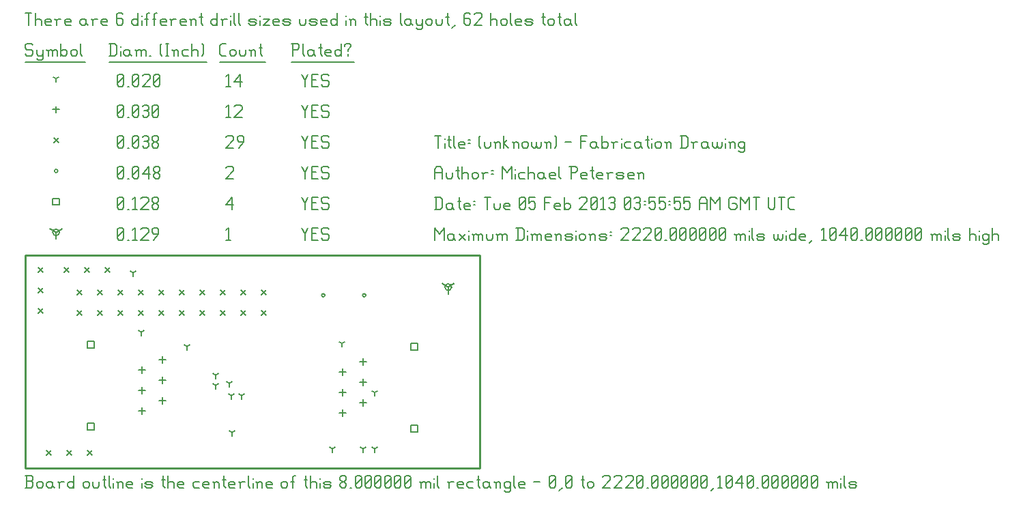
<source format=gbr>
G04 start of page 11 for group -3984 idx -3984 *
G04 Title: (unknown), fab *
G04 Creator: pcb 20110918 *
G04 CreationDate: Tue 05 Feb 2013 03:55:55 AM GMT UTC *
G04 For: railfan *
G04 Format: Gerber/RS-274X *
G04 PCB-Dimensions: 222000 104000 *
G04 PCB-Coordinate-Origin: lower left *
%MOIN*%
%FSLAX25Y25*%
%LNFAB*%
%ADD86C,0.0100*%
%ADD85C,0.0075*%
%ADD84C,0.0060*%
%ADD83C,0.0001*%
%ADD82R,0.0080X0.0080*%
G54D82*X206500Y88500D02*Y85300D01*
G54D83*G36*
X205954Y88647D02*X209420Y90646D01*
X209820Y89953D01*
X206353Y87954D01*
X205954Y88647D01*
G37*
G36*
X206647Y87954D02*X203180Y89953D01*
X203580Y90646D01*
X207046Y88647D01*
X206647Y87954D01*
G37*
G54D82*X204900Y88500D02*G75*G03X208100Y88500I1600J0D01*G01*
G75*G03X204900Y88500I-1600J0D01*G01*
X15000Y115250D02*Y112050D01*
G54D83*G36*
X14454Y115397D02*X17920Y117396D01*
X18320Y116703D01*
X14853Y114704D01*
X14454Y115397D01*
G37*
G36*
X15147Y114704D02*X11680Y116703D01*
X12080Y117396D01*
X15546Y115397D01*
X15147Y114704D01*
G37*
G54D82*X13400Y115250D02*G75*G03X16600Y115250I1600J0D01*G01*
G75*G03X13400Y115250I-1600J0D01*G01*
G54D84*X135000Y117500D02*X136500Y114500D01*
X138000Y117500D01*
X136500Y114500D02*Y111500D01*
X139800Y114800D02*X142050D01*
X139800Y111500D02*X142800D01*
X139800Y117500D02*Y111500D01*
Y117500D02*X142800D01*
X147600D02*X148350Y116750D01*
X145350Y117500D02*X147600D01*
X144600Y116750D02*X145350Y117500D01*
X144600Y116750D02*Y115250D01*
X145350Y114500D01*
X147600D01*
X148350Y113750D01*
Y112250D01*
X147600Y111500D02*X148350Y112250D01*
X145350Y111500D02*X147600D01*
X144600Y112250D02*X145350Y111500D01*
X98000Y116300D02*X99200Y117500D01*
Y111500D01*
X98000D02*X100250D01*
X45000Y112250D02*X45750Y111500D01*
X45000Y116750D02*Y112250D01*
Y116750D02*X45750Y117500D01*
X47250D01*
X48000Y116750D01*
Y112250D01*
X47250Y111500D02*X48000Y112250D01*
X45750Y111500D02*X47250D01*
X45000Y113000D02*X48000Y116000D01*
X49800Y111500D02*X50550D01*
X52350Y116300D02*X53550Y117500D01*
Y111500D01*
X52350D02*X54600D01*
X56400Y116750D02*X57150Y117500D01*
X59400D01*
X60150Y116750D01*
Y115250D01*
X56400Y111500D02*X60150Y115250D01*
X56400Y111500D02*X60150D01*
X62700D02*X64950Y114500D01*
Y116750D02*Y114500D01*
X64200Y117500D02*X64950Y116750D01*
X62700Y117500D02*X64200D01*
X61950Y116750D02*X62700Y117500D01*
X61950Y116750D02*Y115250D01*
X62700Y114500D01*
X64950D01*
X188325Y21100D02*X191525D01*
X188325D02*Y17900D01*
X191525D01*
Y21100D02*Y17900D01*
X188325Y61100D02*X191525D01*
X188325D02*Y57900D01*
X191525D01*
Y61100D02*Y57900D01*
X30400Y62100D02*X33600D01*
X30400D02*Y58900D01*
X33600D01*
Y62100D02*Y58900D01*
X30400Y22100D02*X33600D01*
X30400D02*Y18900D01*
X33600D01*
Y22100D02*Y18900D01*
X13400Y131850D02*X16600D01*
X13400D02*Y128650D01*
X16600D01*
Y131850D02*Y128650D01*
X135000Y132500D02*X136500Y129500D01*
X138000Y132500D01*
X136500Y129500D02*Y126500D01*
X139800Y129800D02*X142050D01*
X139800Y126500D02*X142800D01*
X139800Y132500D02*Y126500D01*
Y132500D02*X142800D01*
X147600D02*X148350Y131750D01*
X145350Y132500D02*X147600D01*
X144600Y131750D02*X145350Y132500D01*
X144600Y131750D02*Y130250D01*
X145350Y129500D01*
X147600D01*
X148350Y128750D01*
Y127250D01*
X147600Y126500D02*X148350Y127250D01*
X145350Y126500D02*X147600D01*
X144600Y127250D02*X145350Y126500D01*
X98000Y128750D02*X101000Y132500D01*
X98000Y128750D02*X101750D01*
X101000Y132500D02*Y126500D01*
X45000Y127250D02*X45750Y126500D01*
X45000Y131750D02*Y127250D01*
Y131750D02*X45750Y132500D01*
X47250D01*
X48000Y131750D01*
Y127250D01*
X47250Y126500D02*X48000Y127250D01*
X45750Y126500D02*X47250D01*
X45000Y128000D02*X48000Y131000D01*
X49800Y126500D02*X50550D01*
X52350Y131300D02*X53550Y132500D01*
Y126500D01*
X52350D02*X54600D01*
X56400Y131750D02*X57150Y132500D01*
X59400D01*
X60150Y131750D01*
Y130250D01*
X56400Y126500D02*X60150Y130250D01*
X56400Y126500D02*X60150D01*
X61950Y127250D02*X62700Y126500D01*
X61950Y128450D02*Y127250D01*
Y128450D02*X63000Y129500D01*
X63900D01*
X64950Y128450D01*
Y127250D01*
X64200Y126500D02*X64950Y127250D01*
X62700Y126500D02*X64200D01*
X61950Y130550D02*X63000Y129500D01*
X61950Y131750D02*Y130550D01*
Y131750D02*X62700Y132500D01*
X64200D01*
X64950Y131750D01*
Y130550D01*
X63900Y129500D02*X64950Y130550D01*
X164700Y84500D02*G75*G03X166300Y84500I800J0D01*G01*
G75*G03X164700Y84500I-800J0D01*G01*
X144700D02*G75*G03X146300Y84500I800J0D01*G01*
G75*G03X144700Y84500I-800J0D01*G01*
X14200Y145250D02*G75*G03X15800Y145250I800J0D01*G01*
G75*G03X14200Y145250I-800J0D01*G01*
X135000Y147500D02*X136500Y144500D01*
X138000Y147500D01*
X136500Y144500D02*Y141500D01*
X139800Y144800D02*X142050D01*
X139800Y141500D02*X142800D01*
X139800Y147500D02*Y141500D01*
Y147500D02*X142800D01*
X147600D02*X148350Y146750D01*
X145350Y147500D02*X147600D01*
X144600Y146750D02*X145350Y147500D01*
X144600Y146750D02*Y145250D01*
X145350Y144500D01*
X147600D01*
X148350Y143750D01*
Y142250D01*
X147600Y141500D02*X148350Y142250D01*
X145350Y141500D02*X147600D01*
X144600Y142250D02*X145350Y141500D01*
X98000Y146750D02*X98750Y147500D01*
X101000D01*
X101750Y146750D01*
Y145250D01*
X98000Y141500D02*X101750Y145250D01*
X98000Y141500D02*X101750D01*
X45000Y142250D02*X45750Y141500D01*
X45000Y146750D02*Y142250D01*
Y146750D02*X45750Y147500D01*
X47250D01*
X48000Y146750D01*
Y142250D01*
X47250Y141500D02*X48000Y142250D01*
X45750Y141500D02*X47250D01*
X45000Y143000D02*X48000Y146000D01*
X49800Y141500D02*X50550D01*
X52350Y142250D02*X53100Y141500D01*
X52350Y146750D02*Y142250D01*
Y146750D02*X53100Y147500D01*
X54600D01*
X55350Y146750D01*
Y142250D01*
X54600Y141500D02*X55350Y142250D01*
X53100Y141500D02*X54600D01*
X52350Y143000D02*X55350Y146000D01*
X57150Y143750D02*X60150Y147500D01*
X57150Y143750D02*X60900D01*
X60150Y147500D02*Y141500D01*
X62700Y142250D02*X63450Y141500D01*
X62700Y143450D02*Y142250D01*
Y143450D02*X63750Y144500D01*
X64650D01*
X65700Y143450D01*
Y142250D01*
X64950Y141500D02*X65700Y142250D01*
X63450Y141500D02*X64950D01*
X62700Y145550D02*X63750Y144500D01*
X62700Y146750D02*Y145550D01*
Y146750D02*X63450Y147500D01*
X64950D01*
X65700Y146750D01*
Y145550D01*
X64650Y144500D02*X65700Y145550D01*
X25300Y77200D02*X27700Y74800D01*
X25300D02*X27700Y77200D01*
X35300D02*X37700Y74800D01*
X35300D02*X37700Y77200D01*
X45300D02*X47700Y74800D01*
X45300D02*X47700Y77200D01*
X55300D02*X57700Y74800D01*
X55300D02*X57700Y77200D01*
X65300D02*X67700Y74800D01*
X65300D02*X67700Y77200D01*
X75300D02*X77700Y74800D01*
X75300D02*X77700Y77200D01*
X85300D02*X87700Y74800D01*
X85300D02*X87700Y77200D01*
X95300D02*X97700Y74800D01*
X95300D02*X97700Y77200D01*
X105300D02*X107700Y74800D01*
X105300D02*X107700Y77200D01*
X115300D02*X117700Y74800D01*
X115300D02*X117700Y77200D01*
X25300Y87200D02*X27700Y84800D01*
X25300D02*X27700Y87200D01*
X35300D02*X37700Y84800D01*
X35300D02*X37700Y87200D01*
X45300D02*X47700Y84800D01*
X45300D02*X47700Y87200D01*
X55300D02*X57700Y84800D01*
X55300D02*X57700Y87200D01*
X65300D02*X67700Y84800D01*
X65300D02*X67700Y87200D01*
X75300D02*X77700Y84800D01*
X75300D02*X77700Y87200D01*
X85300D02*X87700Y84800D01*
X85300D02*X87700Y87200D01*
X95300D02*X97700Y84800D01*
X95300D02*X97700Y87200D01*
X105300D02*X107700Y84800D01*
X105300D02*X107700Y87200D01*
X115300D02*X117700Y84800D01*
X115300D02*X117700Y87200D01*
X38800Y98200D02*X41200Y95800D01*
X38800D02*X41200Y98200D01*
X28800D02*X31200Y95800D01*
X28800D02*X31200Y98200D01*
X18800D02*X21200Y95800D01*
X18800D02*X21200Y98200D01*
X6300Y78200D02*X8700Y75800D01*
X6300D02*X8700Y78200D01*
X6300Y88200D02*X8700Y85800D01*
X6300D02*X8700Y88200D01*
X6300Y98200D02*X8700Y95800D01*
X6300D02*X8700Y98200D01*
X10300Y8700D02*X12700Y6300D01*
X10300D02*X12700Y8700D01*
X20300D02*X22700Y6300D01*
X20300D02*X22700Y8700D01*
X30300D02*X32700Y6300D01*
X30300D02*X32700Y8700D01*
X13800Y161450D02*X16200Y159050D01*
X13800D02*X16200Y161450D01*
X135000Y162500D02*X136500Y159500D01*
X138000Y162500D01*
X136500Y159500D02*Y156500D01*
X139800Y159800D02*X142050D01*
X139800Y156500D02*X142800D01*
X139800Y162500D02*Y156500D01*
Y162500D02*X142800D01*
X147600D02*X148350Y161750D01*
X145350Y162500D02*X147600D01*
X144600Y161750D02*X145350Y162500D01*
X144600Y161750D02*Y160250D01*
X145350Y159500D01*
X147600D01*
X148350Y158750D01*
Y157250D01*
X147600Y156500D02*X148350Y157250D01*
X145350Y156500D02*X147600D01*
X144600Y157250D02*X145350Y156500D01*
X98000Y161750D02*X98750Y162500D01*
X101000D01*
X101750Y161750D01*
Y160250D01*
X98000Y156500D02*X101750Y160250D01*
X98000Y156500D02*X101750D01*
X104300D02*X106550Y159500D01*
Y161750D02*Y159500D01*
X105800Y162500D02*X106550Y161750D01*
X104300Y162500D02*X105800D01*
X103550Y161750D02*X104300Y162500D01*
X103550Y161750D02*Y160250D01*
X104300Y159500D01*
X106550D01*
X45000Y157250D02*X45750Y156500D01*
X45000Y161750D02*Y157250D01*
Y161750D02*X45750Y162500D01*
X47250D01*
X48000Y161750D01*
Y157250D01*
X47250Y156500D02*X48000Y157250D01*
X45750Y156500D02*X47250D01*
X45000Y158000D02*X48000Y161000D01*
X49800Y156500D02*X50550D01*
X52350Y157250D02*X53100Y156500D01*
X52350Y161750D02*Y157250D01*
Y161750D02*X53100Y162500D01*
X54600D01*
X55350Y161750D01*
Y157250D01*
X54600Y156500D02*X55350Y157250D01*
X53100Y156500D02*X54600D01*
X52350Y158000D02*X55350Y161000D01*
X57150Y161750D02*X57900Y162500D01*
X59400D01*
X60150Y161750D01*
X59400Y156500D02*X60150Y157250D01*
X57900Y156500D02*X59400D01*
X57150Y157250D02*X57900Y156500D01*
Y159800D02*X59400D01*
X60150Y161750D02*Y160550D01*
Y159050D02*Y157250D01*
Y159050D02*X59400Y159800D01*
X60150Y160550D02*X59400Y159800D01*
X61950Y157250D02*X62700Y156500D01*
X61950Y158450D02*Y157250D01*
Y158450D02*X63000Y159500D01*
X63900D01*
X64950Y158450D01*
Y157250D01*
X64200Y156500D02*X64950Y157250D01*
X62700Y156500D02*X64200D01*
X61950Y160550D02*X63000Y159500D01*
X61950Y161750D02*Y160550D01*
Y161750D02*X62700Y162500D01*
X64200D01*
X64950Y161750D01*
Y160550D01*
X63900Y159500D02*X64950Y160550D01*
X154925Y28600D02*Y25400D01*
X153325Y27000D02*X156525D01*
X164925Y33600D02*Y30400D01*
X163325Y32000D02*X166525D01*
X154925Y38600D02*Y35400D01*
X153325Y37000D02*X156525D01*
X164925Y43600D02*Y40400D01*
X163325Y42000D02*X166525D01*
X154925Y48600D02*Y45400D01*
X153325Y47000D02*X156525D01*
X164925Y53600D02*Y50400D01*
X163325Y52000D02*X166525D01*
X67000Y54600D02*Y51400D01*
X65400Y53000D02*X68600D01*
X57000Y49600D02*Y46400D01*
X55400Y48000D02*X58600D01*
X67000Y44600D02*Y41400D01*
X65400Y43000D02*X68600D01*
X57000Y39600D02*Y36400D01*
X55400Y38000D02*X58600D01*
X67000Y34600D02*Y31400D01*
X65400Y33000D02*X68600D01*
X57000Y29600D02*Y26400D01*
X55400Y28000D02*X58600D01*
X15000Y176850D02*Y173650D01*
X13400Y175250D02*X16600D01*
X135000Y177500D02*X136500Y174500D01*
X138000Y177500D01*
X136500Y174500D02*Y171500D01*
X139800Y174800D02*X142050D01*
X139800Y171500D02*X142800D01*
X139800Y177500D02*Y171500D01*
Y177500D02*X142800D01*
X147600D02*X148350Y176750D01*
X145350Y177500D02*X147600D01*
X144600Y176750D02*X145350Y177500D01*
X144600Y176750D02*Y175250D01*
X145350Y174500D01*
X147600D01*
X148350Y173750D01*
Y172250D01*
X147600Y171500D02*X148350Y172250D01*
X145350Y171500D02*X147600D01*
X144600Y172250D02*X145350Y171500D01*
X98000Y176300D02*X99200Y177500D01*
Y171500D01*
X98000D02*X100250D01*
X102050Y176750D02*X102800Y177500D01*
X105050D01*
X105800Y176750D01*
Y175250D01*
X102050Y171500D02*X105800Y175250D01*
X102050Y171500D02*X105800D01*
X45000Y172250D02*X45750Y171500D01*
X45000Y176750D02*Y172250D01*
Y176750D02*X45750Y177500D01*
X47250D01*
X48000Y176750D01*
Y172250D01*
X47250Y171500D02*X48000Y172250D01*
X45750Y171500D02*X47250D01*
X45000Y173000D02*X48000Y176000D01*
X49800Y171500D02*X50550D01*
X52350Y172250D02*X53100Y171500D01*
X52350Y176750D02*Y172250D01*
Y176750D02*X53100Y177500D01*
X54600D01*
X55350Y176750D01*
Y172250D01*
X54600Y171500D02*X55350Y172250D01*
X53100Y171500D02*X54600D01*
X52350Y173000D02*X55350Y176000D01*
X57150Y176750D02*X57900Y177500D01*
X59400D01*
X60150Y176750D01*
X59400Y171500D02*X60150Y172250D01*
X57900Y171500D02*X59400D01*
X57150Y172250D02*X57900Y171500D01*
Y174800D02*X59400D01*
X60150Y176750D02*Y175550D01*
Y174050D02*Y172250D01*
Y174050D02*X59400Y174800D01*
X60150Y175550D02*X59400Y174800D01*
X61950Y172250D02*X62700Y171500D01*
X61950Y176750D02*Y172250D01*
Y176750D02*X62700Y177500D01*
X64200D01*
X64950Y176750D01*
Y172250D01*
X64200Y171500D02*X64950Y172250D01*
X62700Y171500D02*X64200D01*
X61950Y173000D02*X64950Y176000D01*
X154500Y61000D02*Y59400D01*
Y61000D02*X155887Y61800D01*
X154500Y61000D02*X153113Y61800D01*
X105500Y35500D02*Y33900D01*
Y35500D02*X106887Y36300D01*
X105500Y35500D02*X104113Y36300D01*
X101000Y17500D02*Y15900D01*
Y17500D02*X102387Y18300D01*
X101000Y17500D02*X99613Y18300D01*
X150000Y9500D02*Y7900D01*
Y9500D02*X151387Y10300D01*
X150000Y9500D02*X148613Y10300D01*
X52500Y95500D02*Y93900D01*
Y95500D02*X53887Y96300D01*
X52500Y95500D02*X51113Y96300D01*
X56500Y66500D02*Y64900D01*
Y66500D02*X57887Y67300D01*
X56500Y66500D02*X55113Y67300D01*
X100500Y35500D02*Y33900D01*
Y35500D02*X101887Y36300D01*
X100500Y35500D02*X99113Y36300D01*
X170500Y37000D02*Y35400D01*
Y37000D02*X171887Y37800D01*
X170500Y37000D02*X169113Y37800D01*
X165000Y9500D02*Y7900D01*
Y9500D02*X166387Y10300D01*
X165000Y9500D02*X163613Y10300D01*
X170500Y9500D02*Y7900D01*
Y9500D02*X171887Y10300D01*
X170500Y9500D02*X169113Y10300D01*
X99500Y41500D02*Y39900D01*
Y41500D02*X100887Y42300D01*
X99500Y41500D02*X98113Y42300D01*
X93000Y40500D02*Y38900D01*
Y40500D02*X94387Y41300D01*
X93000Y40500D02*X91613Y41300D01*
X93000Y45500D02*Y43900D01*
Y45500D02*X94387Y46300D01*
X93000Y45500D02*X91613Y46300D01*
X79000Y59500D02*Y57900D01*
Y59500D02*X80387Y60300D01*
X79000Y59500D02*X77613Y60300D01*
X15000Y190250D02*Y188650D01*
Y190250D02*X16387Y191050D01*
X15000Y190250D02*X13613Y191050D01*
X135000Y192500D02*X136500Y189500D01*
X138000Y192500D01*
X136500Y189500D02*Y186500D01*
X139800Y189800D02*X142050D01*
X139800Y186500D02*X142800D01*
X139800Y192500D02*Y186500D01*
Y192500D02*X142800D01*
X147600D02*X148350Y191750D01*
X145350Y192500D02*X147600D01*
X144600Y191750D02*X145350Y192500D01*
X144600Y191750D02*Y190250D01*
X145350Y189500D01*
X147600D01*
X148350Y188750D01*
Y187250D01*
X147600Y186500D02*X148350Y187250D01*
X145350Y186500D02*X147600D01*
X144600Y187250D02*X145350Y186500D01*
X98000Y191300D02*X99200Y192500D01*
Y186500D01*
X98000D02*X100250D01*
X102050Y188750D02*X105050Y192500D01*
X102050Y188750D02*X105800D01*
X105050Y192500D02*Y186500D01*
X45000Y187250D02*X45750Y186500D01*
X45000Y191750D02*Y187250D01*
Y191750D02*X45750Y192500D01*
X47250D01*
X48000Y191750D01*
Y187250D01*
X47250Y186500D02*X48000Y187250D01*
X45750Y186500D02*X47250D01*
X45000Y188000D02*X48000Y191000D01*
X49800Y186500D02*X50550D01*
X52350Y187250D02*X53100Y186500D01*
X52350Y191750D02*Y187250D01*
Y191750D02*X53100Y192500D01*
X54600D01*
X55350Y191750D01*
Y187250D01*
X54600Y186500D02*X55350Y187250D01*
X53100Y186500D02*X54600D01*
X52350Y188000D02*X55350Y191000D01*
X57150Y191750D02*X57900Y192500D01*
X60150D01*
X60900Y191750D01*
Y190250D01*
X57150Y186500D02*X60900Y190250D01*
X57150Y186500D02*X60900D01*
X62700Y187250D02*X63450Y186500D01*
X62700Y191750D02*Y187250D01*
Y191750D02*X63450Y192500D01*
X64950D01*
X65700Y191750D01*
Y187250D01*
X64950Y186500D02*X65700Y187250D01*
X63450Y186500D02*X64950D01*
X62700Y188000D02*X65700Y191000D01*
X3000Y207500D02*X3750Y206750D01*
X750Y207500D02*X3000D01*
X0Y206750D02*X750Y207500D01*
X0Y206750D02*Y205250D01*
X750Y204500D01*
X3000D01*
X3750Y203750D01*
Y202250D01*
X3000Y201500D02*X3750Y202250D01*
X750Y201500D02*X3000D01*
X0Y202250D02*X750Y201500D01*
X5550Y204500D02*Y202250D01*
X6300Y201500D01*
X8550Y204500D02*Y200000D01*
X7800Y199250D02*X8550Y200000D01*
X6300Y199250D02*X7800D01*
X5550Y200000D02*X6300Y199250D01*
Y201500D02*X7800D01*
X8550Y202250D01*
X11100Y203750D02*Y201500D01*
Y203750D02*X11850Y204500D01*
X12600D01*
X13350Y203750D01*
Y201500D01*
Y203750D02*X14100Y204500D01*
X14850D01*
X15600Y203750D01*
Y201500D01*
X10350Y204500D02*X11100Y203750D01*
X17400Y207500D02*Y201500D01*
Y202250D02*X18150Y201500D01*
X19650D01*
X20400Y202250D01*
Y203750D02*Y202250D01*
X19650Y204500D02*X20400Y203750D01*
X18150Y204500D02*X19650D01*
X17400Y203750D02*X18150Y204500D01*
X22200Y203750D02*Y202250D01*
Y203750D02*X22950Y204500D01*
X24450D01*
X25200Y203750D01*
Y202250D01*
X24450Y201500D02*X25200Y202250D01*
X22950Y201500D02*X24450D01*
X22200Y202250D02*X22950Y201500D01*
X27000Y207500D02*Y202250D01*
X27750Y201500D01*
X0Y198250D02*X29250D01*
X41750Y207500D02*Y201500D01*
X43700Y207500D02*X44750Y206450D01*
Y202550D01*
X43700Y201500D02*X44750Y202550D01*
X41000Y201500D02*X43700D01*
X41000Y207500D02*X43700D01*
G54D85*X46550Y206000D02*Y205850D01*
G54D84*Y203750D02*Y201500D01*
X50300Y204500D02*X51050Y203750D01*
X48800Y204500D02*X50300D01*
X48050Y203750D02*X48800Y204500D01*
X48050Y203750D02*Y202250D01*
X48800Y201500D01*
X51050Y204500D02*Y202250D01*
X51800Y201500D01*
X48800D02*X50300D01*
X51050Y202250D01*
X54350Y203750D02*Y201500D01*
Y203750D02*X55100Y204500D01*
X55850D01*
X56600Y203750D01*
Y201500D01*
Y203750D02*X57350Y204500D01*
X58100D01*
X58850Y203750D01*
Y201500D01*
X53600Y204500D02*X54350Y203750D01*
X60650Y201500D02*X61400D01*
X65900Y202250D02*X66650Y201500D01*
X65900Y206750D02*X66650Y207500D01*
X65900Y206750D02*Y202250D01*
X68450Y207500D02*X69950D01*
X69200D02*Y201500D01*
X68450D02*X69950D01*
X72500Y203750D02*Y201500D01*
Y203750D02*X73250Y204500D01*
X74000D01*
X74750Y203750D01*
Y201500D01*
X71750Y204500D02*X72500Y203750D01*
X77300Y204500D02*X79550D01*
X76550Y203750D02*X77300Y204500D01*
X76550Y203750D02*Y202250D01*
X77300Y201500D01*
X79550D01*
X81350Y207500D02*Y201500D01*
Y203750D02*X82100Y204500D01*
X83600D01*
X84350Y203750D01*
Y201500D01*
X86150Y207500D02*X86900Y206750D01*
Y202250D01*
X86150Y201500D02*X86900Y202250D01*
X41000Y198250D02*X88700D01*
X96050Y201500D02*X98000D01*
X95000Y202550D02*X96050Y201500D01*
X95000Y206450D02*Y202550D01*
Y206450D02*X96050Y207500D01*
X98000D01*
X99800Y203750D02*Y202250D01*
Y203750D02*X100550Y204500D01*
X102050D01*
X102800Y203750D01*
Y202250D01*
X102050Y201500D02*X102800Y202250D01*
X100550Y201500D02*X102050D01*
X99800Y202250D02*X100550Y201500D01*
X104600Y204500D02*Y202250D01*
X105350Y201500D01*
X106850D01*
X107600Y202250D01*
Y204500D02*Y202250D01*
X110150Y203750D02*Y201500D01*
Y203750D02*X110900Y204500D01*
X111650D01*
X112400Y203750D01*
Y201500D01*
X109400Y204500D02*X110150Y203750D01*
X114950Y207500D02*Y202250D01*
X115700Y201500D01*
X114200Y205250D02*X115700D01*
X95000Y198250D02*X117200D01*
X130750Y207500D02*Y201500D01*
X130000Y207500D02*X133000D01*
X133750Y206750D01*
Y205250D01*
X133000Y204500D02*X133750Y205250D01*
X130750Y204500D02*X133000D01*
X135550Y207500D02*Y202250D01*
X136300Y201500D01*
X140050Y204500D02*X140800Y203750D01*
X138550Y204500D02*X140050D01*
X137800Y203750D02*X138550Y204500D01*
X137800Y203750D02*Y202250D01*
X138550Y201500D01*
X140800Y204500D02*Y202250D01*
X141550Y201500D01*
X138550D02*X140050D01*
X140800Y202250D01*
X144100Y207500D02*Y202250D01*
X144850Y201500D01*
X143350Y205250D02*X144850D01*
X147100Y201500D02*X149350D01*
X146350Y202250D02*X147100Y201500D01*
X146350Y203750D02*Y202250D01*
Y203750D02*X147100Y204500D01*
X148600D01*
X149350Y203750D01*
X146350Y203000D02*X149350D01*
Y203750D02*Y203000D01*
X154150Y207500D02*Y201500D01*
X153400D02*X154150Y202250D01*
X151900Y201500D02*X153400D01*
X151150Y202250D02*X151900Y201500D01*
X151150Y203750D02*Y202250D01*
Y203750D02*X151900Y204500D01*
X153400D01*
X154150Y203750D01*
X157450Y204500D02*Y203750D01*
Y202250D02*Y201500D01*
X155950Y206750D02*Y206000D01*
Y206750D02*X156700Y207500D01*
X158200D01*
X158950Y206750D01*
Y206000D01*
X157450Y204500D02*X158950Y206000D01*
X130000Y198250D02*X160750D01*
X0Y222500D02*X3000D01*
X1500D02*Y216500D01*
X4800Y222500D02*Y216500D01*
Y218750D02*X5550Y219500D01*
X7050D01*
X7800Y218750D01*
Y216500D01*
X10350D02*X12600D01*
X9600Y217250D02*X10350Y216500D01*
X9600Y218750D02*Y217250D01*
Y218750D02*X10350Y219500D01*
X11850D01*
X12600Y218750D01*
X9600Y218000D02*X12600D01*
Y218750D02*Y218000D01*
X15150Y218750D02*Y216500D01*
Y218750D02*X15900Y219500D01*
X17400D01*
X14400D02*X15150Y218750D01*
X19950Y216500D02*X22200D01*
X19200Y217250D02*X19950Y216500D01*
X19200Y218750D02*Y217250D01*
Y218750D02*X19950Y219500D01*
X21450D01*
X22200Y218750D01*
X19200Y218000D02*X22200D01*
Y218750D02*Y218000D01*
X28950Y219500D02*X29700Y218750D01*
X27450Y219500D02*X28950D01*
X26700Y218750D02*X27450Y219500D01*
X26700Y218750D02*Y217250D01*
X27450Y216500D01*
X29700Y219500D02*Y217250D01*
X30450Y216500D01*
X27450D02*X28950D01*
X29700Y217250D01*
X33000Y218750D02*Y216500D01*
Y218750D02*X33750Y219500D01*
X35250D01*
X32250D02*X33000Y218750D01*
X37800Y216500D02*X40050D01*
X37050Y217250D02*X37800Y216500D01*
X37050Y218750D02*Y217250D01*
Y218750D02*X37800Y219500D01*
X39300D01*
X40050Y218750D01*
X37050Y218000D02*X40050D01*
Y218750D02*Y218000D01*
X46800Y222500D02*X47550Y221750D01*
X45300Y222500D02*X46800D01*
X44550Y221750D02*X45300Y222500D01*
X44550Y221750D02*Y217250D01*
X45300Y216500D01*
X46800Y219800D02*X47550Y219050D01*
X44550Y219800D02*X46800D01*
X45300Y216500D02*X46800D01*
X47550Y217250D01*
Y219050D02*Y217250D01*
X55050Y222500D02*Y216500D01*
X54300D02*X55050Y217250D01*
X52800Y216500D02*X54300D01*
X52050Y217250D02*X52800Y216500D01*
X52050Y218750D02*Y217250D01*
Y218750D02*X52800Y219500D01*
X54300D01*
X55050Y218750D01*
G54D85*X56850Y221000D02*Y220850D01*
G54D84*Y218750D02*Y216500D01*
X59100Y221750D02*Y216500D01*
Y221750D02*X59850Y222500D01*
X60600D01*
X58350Y219500D02*X59850D01*
X62850Y221750D02*Y216500D01*
Y221750D02*X63600Y222500D01*
X64350D01*
X62100Y219500D02*X63600D01*
X66600Y216500D02*X68850D01*
X65850Y217250D02*X66600Y216500D01*
X65850Y218750D02*Y217250D01*
Y218750D02*X66600Y219500D01*
X68100D01*
X68850Y218750D01*
X65850Y218000D02*X68850D01*
Y218750D02*Y218000D01*
X71400Y218750D02*Y216500D01*
Y218750D02*X72150Y219500D01*
X73650D01*
X70650D02*X71400Y218750D01*
X76200Y216500D02*X78450D01*
X75450Y217250D02*X76200Y216500D01*
X75450Y218750D02*Y217250D01*
Y218750D02*X76200Y219500D01*
X77700D01*
X78450Y218750D01*
X75450Y218000D02*X78450D01*
Y218750D02*Y218000D01*
X81000Y218750D02*Y216500D01*
Y218750D02*X81750Y219500D01*
X82500D01*
X83250Y218750D01*
Y216500D01*
X80250Y219500D02*X81000Y218750D01*
X85800Y222500D02*Y217250D01*
X86550Y216500D01*
X85050Y220250D02*X86550D01*
X93750Y222500D02*Y216500D01*
X93000D02*X93750Y217250D01*
X91500Y216500D02*X93000D01*
X90750Y217250D02*X91500Y216500D01*
X90750Y218750D02*Y217250D01*
Y218750D02*X91500Y219500D01*
X93000D01*
X93750Y218750D01*
X96300D02*Y216500D01*
Y218750D02*X97050Y219500D01*
X98550D01*
X95550D02*X96300Y218750D01*
G54D85*X100350Y221000D02*Y220850D01*
G54D84*Y218750D02*Y216500D01*
X101850Y222500D02*Y217250D01*
X102600Y216500D01*
X104100Y222500D02*Y217250D01*
X104850Y216500D01*
X109800D02*X112050D01*
X112800Y217250D01*
X112050Y218000D02*X112800Y217250D01*
X109800Y218000D02*X112050D01*
X109050Y218750D02*X109800Y218000D01*
X109050Y218750D02*X109800Y219500D01*
X112050D01*
X112800Y218750D01*
X109050Y217250D02*X109800Y216500D01*
G54D85*X114600Y221000D02*Y220850D01*
G54D84*Y218750D02*Y216500D01*
X116100Y219500D02*X119100D01*
X116100Y216500D02*X119100Y219500D01*
X116100Y216500D02*X119100D01*
X121650D02*X123900D01*
X120900Y217250D02*X121650Y216500D01*
X120900Y218750D02*Y217250D01*
Y218750D02*X121650Y219500D01*
X123150D01*
X123900Y218750D01*
X120900Y218000D02*X123900D01*
Y218750D02*Y218000D01*
X126450Y216500D02*X128700D01*
X129450Y217250D01*
X128700Y218000D02*X129450Y217250D01*
X126450Y218000D02*X128700D01*
X125700Y218750D02*X126450Y218000D01*
X125700Y218750D02*X126450Y219500D01*
X128700D01*
X129450Y218750D01*
X125700Y217250D02*X126450Y216500D01*
X133950Y219500D02*Y217250D01*
X134700Y216500D01*
X136200D01*
X136950Y217250D01*
Y219500D02*Y217250D01*
X139500Y216500D02*X141750D01*
X142500Y217250D01*
X141750Y218000D02*X142500Y217250D01*
X139500Y218000D02*X141750D01*
X138750Y218750D02*X139500Y218000D01*
X138750Y218750D02*X139500Y219500D01*
X141750D01*
X142500Y218750D01*
X138750Y217250D02*X139500Y216500D01*
X145050D02*X147300D01*
X144300Y217250D02*X145050Y216500D01*
X144300Y218750D02*Y217250D01*
Y218750D02*X145050Y219500D01*
X146550D01*
X147300Y218750D01*
X144300Y218000D02*X147300D01*
Y218750D02*Y218000D01*
X152100Y222500D02*Y216500D01*
X151350D02*X152100Y217250D01*
X149850Y216500D02*X151350D01*
X149100Y217250D02*X149850Y216500D01*
X149100Y218750D02*Y217250D01*
Y218750D02*X149850Y219500D01*
X151350D01*
X152100Y218750D01*
G54D85*X156600Y221000D02*Y220850D01*
G54D84*Y218750D02*Y216500D01*
X158850Y218750D02*Y216500D01*
Y218750D02*X159600Y219500D01*
X160350D01*
X161100Y218750D01*
Y216500D01*
X158100Y219500D02*X158850Y218750D01*
X166350Y222500D02*Y217250D01*
X167100Y216500D01*
X165600Y220250D02*X167100D01*
X168600Y222500D02*Y216500D01*
Y218750D02*X169350Y219500D01*
X170850D01*
X171600Y218750D01*
Y216500D01*
G54D85*X173400Y221000D02*Y220850D01*
G54D84*Y218750D02*Y216500D01*
X175650D02*X177900D01*
X178650Y217250D01*
X177900Y218000D02*X178650Y217250D01*
X175650Y218000D02*X177900D01*
X174900Y218750D02*X175650Y218000D01*
X174900Y218750D02*X175650Y219500D01*
X177900D01*
X178650Y218750D01*
X174900Y217250D02*X175650Y216500D01*
X183150Y222500D02*Y217250D01*
X183900Y216500D01*
X187650Y219500D02*X188400Y218750D01*
X186150Y219500D02*X187650D01*
X185400Y218750D02*X186150Y219500D01*
X185400Y218750D02*Y217250D01*
X186150Y216500D01*
X188400Y219500D02*Y217250D01*
X189150Y216500D01*
X186150D02*X187650D01*
X188400Y217250D01*
X190950Y219500D02*Y217250D01*
X191700Y216500D01*
X193950Y219500D02*Y215000D01*
X193200Y214250D02*X193950Y215000D01*
X191700Y214250D02*X193200D01*
X190950Y215000D02*X191700Y214250D01*
Y216500D02*X193200D01*
X193950Y217250D01*
X195750Y218750D02*Y217250D01*
Y218750D02*X196500Y219500D01*
X198000D01*
X198750Y218750D01*
Y217250D01*
X198000Y216500D02*X198750Y217250D01*
X196500Y216500D02*X198000D01*
X195750Y217250D02*X196500Y216500D01*
X200550Y219500D02*Y217250D01*
X201300Y216500D01*
X202800D01*
X203550Y217250D01*
Y219500D02*Y217250D01*
X206100Y222500D02*Y217250D01*
X206850Y216500D01*
X205350Y220250D02*X206850D01*
X208350Y215000D02*X209850Y216500D01*
X216600Y222500D02*X217350Y221750D01*
X215100Y222500D02*X216600D01*
X214350Y221750D02*X215100Y222500D01*
X214350Y221750D02*Y217250D01*
X215100Y216500D01*
X216600Y219800D02*X217350Y219050D01*
X214350Y219800D02*X216600D01*
X215100Y216500D02*X216600D01*
X217350Y217250D01*
Y219050D02*Y217250D01*
X219150Y221750D02*X219900Y222500D01*
X222150D01*
X222900Y221750D01*
Y220250D01*
X219150Y216500D02*X222900Y220250D01*
X219150Y216500D02*X222900D01*
X227400Y222500D02*Y216500D01*
Y218750D02*X228150Y219500D01*
X229650D01*
X230400Y218750D01*
Y216500D01*
X232200Y218750D02*Y217250D01*
Y218750D02*X232950Y219500D01*
X234450D01*
X235200Y218750D01*
Y217250D01*
X234450Y216500D02*X235200Y217250D01*
X232950Y216500D02*X234450D01*
X232200Y217250D02*X232950Y216500D01*
X237000Y222500D02*Y217250D01*
X237750Y216500D01*
X240000D02*X242250D01*
X239250Y217250D02*X240000Y216500D01*
X239250Y218750D02*Y217250D01*
Y218750D02*X240000Y219500D01*
X241500D01*
X242250Y218750D01*
X239250Y218000D02*X242250D01*
Y218750D02*Y218000D01*
X244800Y216500D02*X247050D01*
X247800Y217250D01*
X247050Y218000D02*X247800Y217250D01*
X244800Y218000D02*X247050D01*
X244050Y218750D02*X244800Y218000D01*
X244050Y218750D02*X244800Y219500D01*
X247050D01*
X247800Y218750D01*
X244050Y217250D02*X244800Y216500D01*
X253050Y222500D02*Y217250D01*
X253800Y216500D01*
X252300Y220250D02*X253800D01*
X255300Y218750D02*Y217250D01*
Y218750D02*X256050Y219500D01*
X257550D01*
X258300Y218750D01*
Y217250D01*
X257550Y216500D02*X258300Y217250D01*
X256050Y216500D02*X257550D01*
X255300Y217250D02*X256050Y216500D01*
X260850Y222500D02*Y217250D01*
X261600Y216500D01*
X260100Y220250D02*X261600D01*
X265350Y219500D02*X266100Y218750D01*
X263850Y219500D02*X265350D01*
X263100Y218750D02*X263850Y219500D01*
X263100Y218750D02*Y217250D01*
X263850Y216500D01*
X266100Y219500D02*Y217250D01*
X266850Y216500D01*
X263850D02*X265350D01*
X266100Y217250D01*
X268650Y222500D02*Y217250D01*
X269400Y216500D01*
G54D86*X0Y104000D02*X222000D01*
X0D02*Y0D01*
X222000Y104000D02*Y0D01*
X0D02*X222000D01*
G54D84*X200000Y117500D02*Y111500D01*
Y117500D02*X202250Y114500D01*
X204500Y117500D01*
Y111500D01*
X208550Y114500D02*X209300Y113750D01*
X207050Y114500D02*X208550D01*
X206300Y113750D02*X207050Y114500D01*
X206300Y113750D02*Y112250D01*
X207050Y111500D01*
X209300Y114500D02*Y112250D01*
X210050Y111500D01*
X207050D02*X208550D01*
X209300Y112250D01*
X211850Y114500D02*X214850Y111500D01*
X211850D02*X214850Y114500D01*
G54D85*X216650Y116000D02*Y115850D01*
G54D84*Y113750D02*Y111500D01*
X218900Y113750D02*Y111500D01*
Y113750D02*X219650Y114500D01*
X220400D01*
X221150Y113750D01*
Y111500D01*
Y113750D02*X221900Y114500D01*
X222650D01*
X223400Y113750D01*
Y111500D01*
X218150Y114500D02*X218900Y113750D01*
X225200Y114500D02*Y112250D01*
X225950Y111500D01*
X227450D01*
X228200Y112250D01*
Y114500D02*Y112250D01*
X230750Y113750D02*Y111500D01*
Y113750D02*X231500Y114500D01*
X232250D01*
X233000Y113750D01*
Y111500D01*
Y113750D02*X233750Y114500D01*
X234500D01*
X235250Y113750D01*
Y111500D01*
X230000Y114500D02*X230750Y113750D01*
X240500Y117500D02*Y111500D01*
X242450Y117500D02*X243500Y116450D01*
Y112550D01*
X242450Y111500D02*X243500Y112550D01*
X239750Y111500D02*X242450D01*
X239750Y117500D02*X242450D01*
G54D85*X245300Y116000D02*Y115850D01*
G54D84*Y113750D02*Y111500D01*
X247550Y113750D02*Y111500D01*
Y113750D02*X248300Y114500D01*
X249050D01*
X249800Y113750D01*
Y111500D01*
Y113750D02*X250550Y114500D01*
X251300D01*
X252050Y113750D01*
Y111500D01*
X246800Y114500D02*X247550Y113750D01*
X254600Y111500D02*X256850D01*
X253850Y112250D02*X254600Y111500D01*
X253850Y113750D02*Y112250D01*
Y113750D02*X254600Y114500D01*
X256100D01*
X256850Y113750D01*
X253850Y113000D02*X256850D01*
Y113750D02*Y113000D01*
X259400Y113750D02*Y111500D01*
Y113750D02*X260150Y114500D01*
X260900D01*
X261650Y113750D01*
Y111500D01*
X258650Y114500D02*X259400Y113750D01*
X264200Y111500D02*X266450D01*
X267200Y112250D01*
X266450Y113000D02*X267200Y112250D01*
X264200Y113000D02*X266450D01*
X263450Y113750D02*X264200Y113000D01*
X263450Y113750D02*X264200Y114500D01*
X266450D01*
X267200Y113750D01*
X263450Y112250D02*X264200Y111500D01*
G54D85*X269000Y116000D02*Y115850D01*
G54D84*Y113750D02*Y111500D01*
X270500Y113750D02*Y112250D01*
Y113750D02*X271250Y114500D01*
X272750D01*
X273500Y113750D01*
Y112250D01*
X272750Y111500D02*X273500Y112250D01*
X271250Y111500D02*X272750D01*
X270500Y112250D02*X271250Y111500D01*
X276050Y113750D02*Y111500D01*
Y113750D02*X276800Y114500D01*
X277550D01*
X278300Y113750D01*
Y111500D01*
X275300Y114500D02*X276050Y113750D01*
X280850Y111500D02*X283100D01*
X283850Y112250D01*
X283100Y113000D02*X283850Y112250D01*
X280850Y113000D02*X283100D01*
X280100Y113750D02*X280850Y113000D01*
X280100Y113750D02*X280850Y114500D01*
X283100D01*
X283850Y113750D01*
X280100Y112250D02*X280850Y111500D01*
X285650Y115250D02*X286400D01*
X285650Y113750D02*X286400D01*
X290900Y116750D02*X291650Y117500D01*
X293900D01*
X294650Y116750D01*
Y115250D01*
X290900Y111500D02*X294650Y115250D01*
X290900Y111500D02*X294650D01*
X296450Y116750D02*X297200Y117500D01*
X299450D01*
X300200Y116750D01*
Y115250D01*
X296450Y111500D02*X300200Y115250D01*
X296450Y111500D02*X300200D01*
X302000Y116750D02*X302750Y117500D01*
X305000D01*
X305750Y116750D01*
Y115250D01*
X302000Y111500D02*X305750Y115250D01*
X302000Y111500D02*X305750D01*
X307550Y112250D02*X308300Y111500D01*
X307550Y116750D02*Y112250D01*
Y116750D02*X308300Y117500D01*
X309800D01*
X310550Y116750D01*
Y112250D01*
X309800Y111500D02*X310550Y112250D01*
X308300Y111500D02*X309800D01*
X307550Y113000D02*X310550Y116000D01*
X312350Y111500D02*X313100D01*
X314900Y112250D02*X315650Y111500D01*
X314900Y116750D02*Y112250D01*
Y116750D02*X315650Y117500D01*
X317150D01*
X317900Y116750D01*
Y112250D01*
X317150Y111500D02*X317900Y112250D01*
X315650Y111500D02*X317150D01*
X314900Y113000D02*X317900Y116000D01*
X319700Y112250D02*X320450Y111500D01*
X319700Y116750D02*Y112250D01*
Y116750D02*X320450Y117500D01*
X321950D01*
X322700Y116750D01*
Y112250D01*
X321950Y111500D02*X322700Y112250D01*
X320450Y111500D02*X321950D01*
X319700Y113000D02*X322700Y116000D01*
X324500Y112250D02*X325250Y111500D01*
X324500Y116750D02*Y112250D01*
Y116750D02*X325250Y117500D01*
X326750D01*
X327500Y116750D01*
Y112250D01*
X326750Y111500D02*X327500Y112250D01*
X325250Y111500D02*X326750D01*
X324500Y113000D02*X327500Y116000D01*
X329300Y112250D02*X330050Y111500D01*
X329300Y116750D02*Y112250D01*
Y116750D02*X330050Y117500D01*
X331550D01*
X332300Y116750D01*
Y112250D01*
X331550Y111500D02*X332300Y112250D01*
X330050Y111500D02*X331550D01*
X329300Y113000D02*X332300Y116000D01*
X334100Y112250D02*X334850Y111500D01*
X334100Y116750D02*Y112250D01*
Y116750D02*X334850Y117500D01*
X336350D01*
X337100Y116750D01*
Y112250D01*
X336350Y111500D02*X337100Y112250D01*
X334850Y111500D02*X336350D01*
X334100Y113000D02*X337100Y116000D01*
X338900Y112250D02*X339650Y111500D01*
X338900Y116750D02*Y112250D01*
Y116750D02*X339650Y117500D01*
X341150D01*
X341900Y116750D01*
Y112250D01*
X341150Y111500D02*X341900Y112250D01*
X339650Y111500D02*X341150D01*
X338900Y113000D02*X341900Y116000D01*
X347150Y113750D02*Y111500D01*
Y113750D02*X347900Y114500D01*
X348650D01*
X349400Y113750D01*
Y111500D01*
Y113750D02*X350150Y114500D01*
X350900D01*
X351650Y113750D01*
Y111500D01*
X346400Y114500D02*X347150Y113750D01*
G54D85*X353450Y116000D02*Y115850D01*
G54D84*Y113750D02*Y111500D01*
X354950Y117500D02*Y112250D01*
X355700Y111500D01*
X357950D02*X360200D01*
X360950Y112250D01*
X360200Y113000D02*X360950Y112250D01*
X357950Y113000D02*X360200D01*
X357200Y113750D02*X357950Y113000D01*
X357200Y113750D02*X357950Y114500D01*
X360200D01*
X360950Y113750D01*
X357200Y112250D02*X357950Y111500D01*
X365450Y114500D02*Y112250D01*
X366200Y111500D01*
X366950D01*
X367700Y112250D01*
Y114500D02*Y112250D01*
X368450Y111500D01*
X369200D01*
X369950Y112250D01*
Y114500D02*Y112250D01*
G54D85*X371750Y116000D02*Y115850D01*
G54D84*Y113750D02*Y111500D01*
X376250Y117500D02*Y111500D01*
X375500D02*X376250Y112250D01*
X374000Y111500D02*X375500D01*
X373250Y112250D02*X374000Y111500D01*
X373250Y113750D02*Y112250D01*
Y113750D02*X374000Y114500D01*
X375500D01*
X376250Y113750D01*
X378800Y111500D02*X381050D01*
X378050Y112250D02*X378800Y111500D01*
X378050Y113750D02*Y112250D01*
Y113750D02*X378800Y114500D01*
X380300D01*
X381050Y113750D01*
X378050Y113000D02*X381050D01*
Y113750D02*Y113000D01*
X382850Y110000D02*X384350Y111500D01*
X388850Y116300D02*X390050Y117500D01*
Y111500D01*
X388850D02*X391100D01*
X392900Y112250D02*X393650Y111500D01*
X392900Y116750D02*Y112250D01*
Y116750D02*X393650Y117500D01*
X395150D01*
X395900Y116750D01*
Y112250D01*
X395150Y111500D02*X395900Y112250D01*
X393650Y111500D02*X395150D01*
X392900Y113000D02*X395900Y116000D01*
X397700Y113750D02*X400700Y117500D01*
X397700Y113750D02*X401450D01*
X400700Y117500D02*Y111500D01*
X403250Y112250D02*X404000Y111500D01*
X403250Y116750D02*Y112250D01*
Y116750D02*X404000Y117500D01*
X405500D01*
X406250Y116750D01*
Y112250D01*
X405500Y111500D02*X406250Y112250D01*
X404000Y111500D02*X405500D01*
X403250Y113000D02*X406250Y116000D01*
X408050Y111500D02*X408800D01*
X410600Y112250D02*X411350Y111500D01*
X410600Y116750D02*Y112250D01*
Y116750D02*X411350Y117500D01*
X412850D01*
X413600Y116750D01*
Y112250D01*
X412850Y111500D02*X413600Y112250D01*
X411350Y111500D02*X412850D01*
X410600Y113000D02*X413600Y116000D01*
X415400Y112250D02*X416150Y111500D01*
X415400Y116750D02*Y112250D01*
Y116750D02*X416150Y117500D01*
X417650D01*
X418400Y116750D01*
Y112250D01*
X417650Y111500D02*X418400Y112250D01*
X416150Y111500D02*X417650D01*
X415400Y113000D02*X418400Y116000D01*
X420200Y112250D02*X420950Y111500D01*
X420200Y116750D02*Y112250D01*
Y116750D02*X420950Y117500D01*
X422450D01*
X423200Y116750D01*
Y112250D01*
X422450Y111500D02*X423200Y112250D01*
X420950Y111500D02*X422450D01*
X420200Y113000D02*X423200Y116000D01*
X425000Y112250D02*X425750Y111500D01*
X425000Y116750D02*Y112250D01*
Y116750D02*X425750Y117500D01*
X427250D01*
X428000Y116750D01*
Y112250D01*
X427250Y111500D02*X428000Y112250D01*
X425750Y111500D02*X427250D01*
X425000Y113000D02*X428000Y116000D01*
X429800Y112250D02*X430550Y111500D01*
X429800Y116750D02*Y112250D01*
Y116750D02*X430550Y117500D01*
X432050D01*
X432800Y116750D01*
Y112250D01*
X432050Y111500D02*X432800Y112250D01*
X430550Y111500D02*X432050D01*
X429800Y113000D02*X432800Y116000D01*
X434600Y112250D02*X435350Y111500D01*
X434600Y116750D02*Y112250D01*
Y116750D02*X435350Y117500D01*
X436850D01*
X437600Y116750D01*
Y112250D01*
X436850Y111500D02*X437600Y112250D01*
X435350Y111500D02*X436850D01*
X434600Y113000D02*X437600Y116000D01*
X442850Y113750D02*Y111500D01*
Y113750D02*X443600Y114500D01*
X444350D01*
X445100Y113750D01*
Y111500D01*
Y113750D02*X445850Y114500D01*
X446600D01*
X447350Y113750D01*
Y111500D01*
X442100Y114500D02*X442850Y113750D01*
G54D85*X449150Y116000D02*Y115850D01*
G54D84*Y113750D02*Y111500D01*
X450650Y117500D02*Y112250D01*
X451400Y111500D01*
X453650D02*X455900D01*
X456650Y112250D01*
X455900Y113000D02*X456650Y112250D01*
X453650Y113000D02*X455900D01*
X452900Y113750D02*X453650Y113000D01*
X452900Y113750D02*X453650Y114500D01*
X455900D01*
X456650Y113750D01*
X452900Y112250D02*X453650Y111500D01*
X461150Y117500D02*Y111500D01*
Y113750D02*X461900Y114500D01*
X463400D01*
X464150Y113750D01*
Y111500D01*
G54D85*X465950Y116000D02*Y115850D01*
G54D84*Y113750D02*Y111500D01*
X469700Y114500D02*X470450Y113750D01*
X468200Y114500D02*X469700D01*
X467450Y113750D02*X468200Y114500D01*
X467450Y113750D02*Y112250D01*
X468200Y111500D01*
X469700D01*
X470450Y112250D01*
X467450Y110000D02*X468200Y109250D01*
X469700D01*
X470450Y110000D01*
Y114500D02*Y110000D01*
X472250Y117500D02*Y111500D01*
Y113750D02*X473000Y114500D01*
X474500D01*
X475250Y113750D01*
Y111500D01*
X0Y-9500D02*X3000D01*
X3750Y-8750D01*
Y-6950D02*Y-8750D01*
X3000Y-6200D02*X3750Y-6950D01*
X750Y-6200D02*X3000D01*
X750Y-3500D02*Y-9500D01*
X0Y-3500D02*X3000D01*
X3750Y-4250D01*
Y-5450D01*
X3000Y-6200D02*X3750Y-5450D01*
X5550Y-7250D02*Y-8750D01*
Y-7250D02*X6300Y-6500D01*
X7800D01*
X8550Y-7250D01*
Y-8750D01*
X7800Y-9500D02*X8550Y-8750D01*
X6300Y-9500D02*X7800D01*
X5550Y-8750D02*X6300Y-9500D01*
X12600Y-6500D02*X13350Y-7250D01*
X11100Y-6500D02*X12600D01*
X10350Y-7250D02*X11100Y-6500D01*
X10350Y-7250D02*Y-8750D01*
X11100Y-9500D01*
X13350Y-6500D02*Y-8750D01*
X14100Y-9500D01*
X11100D02*X12600D01*
X13350Y-8750D01*
X16650Y-7250D02*Y-9500D01*
Y-7250D02*X17400Y-6500D01*
X18900D01*
X15900D02*X16650Y-7250D01*
X23700Y-3500D02*Y-9500D01*
X22950D02*X23700Y-8750D01*
X21450Y-9500D02*X22950D01*
X20700Y-8750D02*X21450Y-9500D01*
X20700Y-7250D02*Y-8750D01*
Y-7250D02*X21450Y-6500D01*
X22950D01*
X23700Y-7250D01*
X28200D02*Y-8750D01*
Y-7250D02*X28950Y-6500D01*
X30450D01*
X31200Y-7250D01*
Y-8750D01*
X30450Y-9500D02*X31200Y-8750D01*
X28950Y-9500D02*X30450D01*
X28200Y-8750D02*X28950Y-9500D01*
X33000Y-6500D02*Y-8750D01*
X33750Y-9500D01*
X35250D01*
X36000Y-8750D01*
Y-6500D02*Y-8750D01*
X38550Y-3500D02*Y-8750D01*
X39300Y-9500D01*
X37800Y-5750D02*X39300D01*
X40800Y-3500D02*Y-8750D01*
X41550Y-9500D01*
G54D85*X43050Y-5000D02*Y-5150D01*
G54D84*Y-7250D02*Y-9500D01*
X45300Y-7250D02*Y-9500D01*
Y-7250D02*X46050Y-6500D01*
X46800D01*
X47550Y-7250D01*
Y-9500D01*
X44550Y-6500D02*X45300Y-7250D01*
X50100Y-9500D02*X52350D01*
X49350Y-8750D02*X50100Y-9500D01*
X49350Y-7250D02*Y-8750D01*
Y-7250D02*X50100Y-6500D01*
X51600D01*
X52350Y-7250D01*
X49350Y-8000D02*X52350D01*
Y-7250D02*Y-8000D01*
G54D85*X56850Y-5000D02*Y-5150D01*
G54D84*Y-7250D02*Y-9500D01*
X59100D02*X61350D01*
X62100Y-8750D01*
X61350Y-8000D02*X62100Y-8750D01*
X59100Y-8000D02*X61350D01*
X58350Y-7250D02*X59100Y-8000D01*
X58350Y-7250D02*X59100Y-6500D01*
X61350D01*
X62100Y-7250D01*
X58350Y-8750D02*X59100Y-9500D01*
X67350Y-3500D02*Y-8750D01*
X68100Y-9500D01*
X66600Y-5750D02*X68100D01*
X69600Y-3500D02*Y-9500D01*
Y-7250D02*X70350Y-6500D01*
X71850D01*
X72600Y-7250D01*
Y-9500D01*
X75150D02*X77400D01*
X74400Y-8750D02*X75150Y-9500D01*
X74400Y-7250D02*Y-8750D01*
Y-7250D02*X75150Y-6500D01*
X76650D01*
X77400Y-7250D01*
X74400Y-8000D02*X77400D01*
Y-7250D02*Y-8000D01*
X82650Y-6500D02*X84900D01*
X81900Y-7250D02*X82650Y-6500D01*
X81900Y-7250D02*Y-8750D01*
X82650Y-9500D01*
X84900D01*
X87450D02*X89700D01*
X86700Y-8750D02*X87450Y-9500D01*
X86700Y-7250D02*Y-8750D01*
Y-7250D02*X87450Y-6500D01*
X88950D01*
X89700Y-7250D01*
X86700Y-8000D02*X89700D01*
Y-7250D02*Y-8000D01*
X92250Y-7250D02*Y-9500D01*
Y-7250D02*X93000Y-6500D01*
X93750D01*
X94500Y-7250D01*
Y-9500D01*
X91500Y-6500D02*X92250Y-7250D01*
X97050Y-3500D02*Y-8750D01*
X97800Y-9500D01*
X96300Y-5750D02*X97800D01*
X100050Y-9500D02*X102300D01*
X99300Y-8750D02*X100050Y-9500D01*
X99300Y-7250D02*Y-8750D01*
Y-7250D02*X100050Y-6500D01*
X101550D01*
X102300Y-7250D01*
X99300Y-8000D02*X102300D01*
Y-7250D02*Y-8000D01*
X104850Y-7250D02*Y-9500D01*
Y-7250D02*X105600Y-6500D01*
X107100D01*
X104100D02*X104850Y-7250D01*
X108900Y-3500D02*Y-8750D01*
X109650Y-9500D01*
G54D85*X111150Y-5000D02*Y-5150D01*
G54D84*Y-7250D02*Y-9500D01*
X113400Y-7250D02*Y-9500D01*
Y-7250D02*X114150Y-6500D01*
X114900D01*
X115650Y-7250D01*
Y-9500D01*
X112650Y-6500D02*X113400Y-7250D01*
X118200Y-9500D02*X120450D01*
X117450Y-8750D02*X118200Y-9500D01*
X117450Y-7250D02*Y-8750D01*
Y-7250D02*X118200Y-6500D01*
X119700D01*
X120450Y-7250D01*
X117450Y-8000D02*X120450D01*
Y-7250D02*Y-8000D01*
X124950Y-7250D02*Y-8750D01*
Y-7250D02*X125700Y-6500D01*
X127200D01*
X127950Y-7250D01*
Y-8750D01*
X127200Y-9500D02*X127950Y-8750D01*
X125700Y-9500D02*X127200D01*
X124950Y-8750D02*X125700Y-9500D01*
X130500Y-4250D02*Y-9500D01*
Y-4250D02*X131250Y-3500D01*
X132000D01*
X129750Y-6500D02*X131250D01*
X136950Y-3500D02*Y-8750D01*
X137700Y-9500D01*
X136200Y-5750D02*X137700D01*
X139200Y-3500D02*Y-9500D01*
Y-7250D02*X139950Y-6500D01*
X141450D01*
X142200Y-7250D01*
Y-9500D01*
G54D85*X144000Y-5000D02*Y-5150D01*
G54D84*Y-7250D02*Y-9500D01*
X146250D02*X148500D01*
X149250Y-8750D01*
X148500Y-8000D02*X149250Y-8750D01*
X146250Y-8000D02*X148500D01*
X145500Y-7250D02*X146250Y-8000D01*
X145500Y-7250D02*X146250Y-6500D01*
X148500D01*
X149250Y-7250D01*
X145500Y-8750D02*X146250Y-9500D01*
X153750Y-8750D02*X154500Y-9500D01*
X153750Y-7550D02*Y-8750D01*
Y-7550D02*X154800Y-6500D01*
X155700D01*
X156750Y-7550D01*
Y-8750D01*
X156000Y-9500D02*X156750Y-8750D01*
X154500Y-9500D02*X156000D01*
X153750Y-5450D02*X154800Y-6500D01*
X153750Y-4250D02*Y-5450D01*
Y-4250D02*X154500Y-3500D01*
X156000D01*
X156750Y-4250D01*
Y-5450D01*
X155700Y-6500D02*X156750Y-5450D01*
X158550Y-9500D02*X159300D01*
X161100Y-8750D02*X161850Y-9500D01*
X161100Y-4250D02*Y-8750D01*
Y-4250D02*X161850Y-3500D01*
X163350D01*
X164100Y-4250D01*
Y-8750D01*
X163350Y-9500D02*X164100Y-8750D01*
X161850Y-9500D02*X163350D01*
X161100Y-8000D02*X164100Y-5000D01*
X165900Y-8750D02*X166650Y-9500D01*
X165900Y-4250D02*Y-8750D01*
Y-4250D02*X166650Y-3500D01*
X168150D01*
X168900Y-4250D01*
Y-8750D01*
X168150Y-9500D02*X168900Y-8750D01*
X166650Y-9500D02*X168150D01*
X165900Y-8000D02*X168900Y-5000D01*
X170700Y-8750D02*X171450Y-9500D01*
X170700Y-4250D02*Y-8750D01*
Y-4250D02*X171450Y-3500D01*
X172950D01*
X173700Y-4250D01*
Y-8750D01*
X172950Y-9500D02*X173700Y-8750D01*
X171450Y-9500D02*X172950D01*
X170700Y-8000D02*X173700Y-5000D01*
X175500Y-8750D02*X176250Y-9500D01*
X175500Y-4250D02*Y-8750D01*
Y-4250D02*X176250Y-3500D01*
X177750D01*
X178500Y-4250D01*
Y-8750D01*
X177750Y-9500D02*X178500Y-8750D01*
X176250Y-9500D02*X177750D01*
X175500Y-8000D02*X178500Y-5000D01*
X180300Y-8750D02*X181050Y-9500D01*
X180300Y-4250D02*Y-8750D01*
Y-4250D02*X181050Y-3500D01*
X182550D01*
X183300Y-4250D01*
Y-8750D01*
X182550Y-9500D02*X183300Y-8750D01*
X181050Y-9500D02*X182550D01*
X180300Y-8000D02*X183300Y-5000D01*
X185100Y-8750D02*X185850Y-9500D01*
X185100Y-4250D02*Y-8750D01*
Y-4250D02*X185850Y-3500D01*
X187350D01*
X188100Y-4250D01*
Y-8750D01*
X187350Y-9500D02*X188100Y-8750D01*
X185850Y-9500D02*X187350D01*
X185100Y-8000D02*X188100Y-5000D01*
X193350Y-7250D02*Y-9500D01*
Y-7250D02*X194100Y-6500D01*
X194850D01*
X195600Y-7250D01*
Y-9500D01*
Y-7250D02*X196350Y-6500D01*
X197100D01*
X197850Y-7250D01*
Y-9500D01*
X192600Y-6500D02*X193350Y-7250D01*
G54D85*X199650Y-5000D02*Y-5150D01*
G54D84*Y-7250D02*Y-9500D01*
X201150Y-3500D02*Y-8750D01*
X201900Y-9500D01*
X206850Y-7250D02*Y-9500D01*
Y-7250D02*X207600Y-6500D01*
X209100D01*
X206100D02*X206850Y-7250D01*
X211650Y-9500D02*X213900D01*
X210900Y-8750D02*X211650Y-9500D01*
X210900Y-7250D02*Y-8750D01*
Y-7250D02*X211650Y-6500D01*
X213150D01*
X213900Y-7250D01*
X210900Y-8000D02*X213900D01*
Y-7250D02*Y-8000D01*
X216450Y-6500D02*X218700D01*
X215700Y-7250D02*X216450Y-6500D01*
X215700Y-7250D02*Y-8750D01*
X216450Y-9500D01*
X218700D01*
X221250Y-3500D02*Y-8750D01*
X222000Y-9500D01*
X220500Y-5750D02*X222000D01*
X225750Y-6500D02*X226500Y-7250D01*
X224250Y-6500D02*X225750D01*
X223500Y-7250D02*X224250Y-6500D01*
X223500Y-7250D02*Y-8750D01*
X224250Y-9500D01*
X226500Y-6500D02*Y-8750D01*
X227250Y-9500D01*
X224250D02*X225750D01*
X226500Y-8750D01*
X229800Y-7250D02*Y-9500D01*
Y-7250D02*X230550Y-6500D01*
X231300D01*
X232050Y-7250D01*
Y-9500D01*
X229050Y-6500D02*X229800Y-7250D01*
X236100Y-6500D02*X236850Y-7250D01*
X234600Y-6500D02*X236100D01*
X233850Y-7250D02*X234600Y-6500D01*
X233850Y-7250D02*Y-8750D01*
X234600Y-9500D01*
X236100D01*
X236850Y-8750D01*
X233850Y-11000D02*X234600Y-11750D01*
X236100D01*
X236850Y-11000D01*
Y-6500D02*Y-11000D01*
X238650Y-3500D02*Y-8750D01*
X239400Y-9500D01*
X241650D02*X243900D01*
X240900Y-8750D02*X241650Y-9500D01*
X240900Y-7250D02*Y-8750D01*
Y-7250D02*X241650Y-6500D01*
X243150D01*
X243900Y-7250D01*
X240900Y-8000D02*X243900D01*
Y-7250D02*Y-8000D01*
X248400Y-6500D02*X251400D01*
X255900Y-8750D02*X256650Y-9500D01*
X255900Y-4250D02*Y-8750D01*
Y-4250D02*X256650Y-3500D01*
X258150D01*
X258900Y-4250D01*
Y-8750D01*
X258150Y-9500D02*X258900Y-8750D01*
X256650Y-9500D02*X258150D01*
X255900Y-8000D02*X258900Y-5000D01*
X260700Y-11000D02*X262200Y-9500D01*
X264000Y-8750D02*X264750Y-9500D01*
X264000Y-4250D02*Y-8750D01*
Y-4250D02*X264750Y-3500D01*
X266250D01*
X267000Y-4250D01*
Y-8750D01*
X266250Y-9500D02*X267000Y-8750D01*
X264750Y-9500D02*X266250D01*
X264000Y-8000D02*X267000Y-5000D01*
X272250Y-3500D02*Y-8750D01*
X273000Y-9500D01*
X271500Y-5750D02*X273000D01*
X274500Y-7250D02*Y-8750D01*
Y-7250D02*X275250Y-6500D01*
X276750D01*
X277500Y-7250D01*
Y-8750D01*
X276750Y-9500D02*X277500Y-8750D01*
X275250Y-9500D02*X276750D01*
X274500Y-8750D02*X275250Y-9500D01*
X282000Y-4250D02*X282750Y-3500D01*
X285000D01*
X285750Y-4250D01*
Y-5750D01*
X282000Y-9500D02*X285750Y-5750D01*
X282000Y-9500D02*X285750D01*
X287550Y-4250D02*X288300Y-3500D01*
X290550D01*
X291300Y-4250D01*
Y-5750D01*
X287550Y-9500D02*X291300Y-5750D01*
X287550Y-9500D02*X291300D01*
X293100Y-4250D02*X293850Y-3500D01*
X296100D01*
X296850Y-4250D01*
Y-5750D01*
X293100Y-9500D02*X296850Y-5750D01*
X293100Y-9500D02*X296850D01*
X298650Y-8750D02*X299400Y-9500D01*
X298650Y-4250D02*Y-8750D01*
Y-4250D02*X299400Y-3500D01*
X300900D01*
X301650Y-4250D01*
Y-8750D01*
X300900Y-9500D02*X301650Y-8750D01*
X299400Y-9500D02*X300900D01*
X298650Y-8000D02*X301650Y-5000D01*
X303450Y-9500D02*X304200D01*
X306000Y-8750D02*X306750Y-9500D01*
X306000Y-4250D02*Y-8750D01*
Y-4250D02*X306750Y-3500D01*
X308250D01*
X309000Y-4250D01*
Y-8750D01*
X308250Y-9500D02*X309000Y-8750D01*
X306750Y-9500D02*X308250D01*
X306000Y-8000D02*X309000Y-5000D01*
X310800Y-8750D02*X311550Y-9500D01*
X310800Y-4250D02*Y-8750D01*
Y-4250D02*X311550Y-3500D01*
X313050D01*
X313800Y-4250D01*
Y-8750D01*
X313050Y-9500D02*X313800Y-8750D01*
X311550Y-9500D02*X313050D01*
X310800Y-8000D02*X313800Y-5000D01*
X315600Y-8750D02*X316350Y-9500D01*
X315600Y-4250D02*Y-8750D01*
Y-4250D02*X316350Y-3500D01*
X317850D01*
X318600Y-4250D01*
Y-8750D01*
X317850Y-9500D02*X318600Y-8750D01*
X316350Y-9500D02*X317850D01*
X315600Y-8000D02*X318600Y-5000D01*
X320400Y-8750D02*X321150Y-9500D01*
X320400Y-4250D02*Y-8750D01*
Y-4250D02*X321150Y-3500D01*
X322650D01*
X323400Y-4250D01*
Y-8750D01*
X322650Y-9500D02*X323400Y-8750D01*
X321150Y-9500D02*X322650D01*
X320400Y-8000D02*X323400Y-5000D01*
X325200Y-8750D02*X325950Y-9500D01*
X325200Y-4250D02*Y-8750D01*
Y-4250D02*X325950Y-3500D01*
X327450D01*
X328200Y-4250D01*
Y-8750D01*
X327450Y-9500D02*X328200Y-8750D01*
X325950Y-9500D02*X327450D01*
X325200Y-8000D02*X328200Y-5000D01*
X330000Y-8750D02*X330750Y-9500D01*
X330000Y-4250D02*Y-8750D01*
Y-4250D02*X330750Y-3500D01*
X332250D01*
X333000Y-4250D01*
Y-8750D01*
X332250Y-9500D02*X333000Y-8750D01*
X330750Y-9500D02*X332250D01*
X330000Y-8000D02*X333000Y-5000D01*
X334800Y-11000D02*X336300Y-9500D01*
X338100Y-4700D02*X339300Y-3500D01*
Y-9500D01*
X338100D02*X340350D01*
X342150Y-8750D02*X342900Y-9500D01*
X342150Y-4250D02*Y-8750D01*
Y-4250D02*X342900Y-3500D01*
X344400D01*
X345150Y-4250D01*
Y-8750D01*
X344400Y-9500D02*X345150Y-8750D01*
X342900Y-9500D02*X344400D01*
X342150Y-8000D02*X345150Y-5000D01*
X346950Y-7250D02*X349950Y-3500D01*
X346950Y-7250D02*X350700D01*
X349950Y-3500D02*Y-9500D01*
X352500Y-8750D02*X353250Y-9500D01*
X352500Y-4250D02*Y-8750D01*
Y-4250D02*X353250Y-3500D01*
X354750D01*
X355500Y-4250D01*
Y-8750D01*
X354750Y-9500D02*X355500Y-8750D01*
X353250Y-9500D02*X354750D01*
X352500Y-8000D02*X355500Y-5000D01*
X357300Y-9500D02*X358050D01*
X359850Y-8750D02*X360600Y-9500D01*
X359850Y-4250D02*Y-8750D01*
Y-4250D02*X360600Y-3500D01*
X362100D01*
X362850Y-4250D01*
Y-8750D01*
X362100Y-9500D02*X362850Y-8750D01*
X360600Y-9500D02*X362100D01*
X359850Y-8000D02*X362850Y-5000D01*
X364650Y-8750D02*X365400Y-9500D01*
X364650Y-4250D02*Y-8750D01*
Y-4250D02*X365400Y-3500D01*
X366900D01*
X367650Y-4250D01*
Y-8750D01*
X366900Y-9500D02*X367650Y-8750D01*
X365400Y-9500D02*X366900D01*
X364650Y-8000D02*X367650Y-5000D01*
X369450Y-8750D02*X370200Y-9500D01*
X369450Y-4250D02*Y-8750D01*
Y-4250D02*X370200Y-3500D01*
X371700D01*
X372450Y-4250D01*
Y-8750D01*
X371700Y-9500D02*X372450Y-8750D01*
X370200Y-9500D02*X371700D01*
X369450Y-8000D02*X372450Y-5000D01*
X374250Y-8750D02*X375000Y-9500D01*
X374250Y-4250D02*Y-8750D01*
Y-4250D02*X375000Y-3500D01*
X376500D01*
X377250Y-4250D01*
Y-8750D01*
X376500Y-9500D02*X377250Y-8750D01*
X375000Y-9500D02*X376500D01*
X374250Y-8000D02*X377250Y-5000D01*
X379050Y-8750D02*X379800Y-9500D01*
X379050Y-4250D02*Y-8750D01*
Y-4250D02*X379800Y-3500D01*
X381300D01*
X382050Y-4250D01*
Y-8750D01*
X381300Y-9500D02*X382050Y-8750D01*
X379800Y-9500D02*X381300D01*
X379050Y-8000D02*X382050Y-5000D01*
X383850Y-8750D02*X384600Y-9500D01*
X383850Y-4250D02*Y-8750D01*
Y-4250D02*X384600Y-3500D01*
X386100D01*
X386850Y-4250D01*
Y-8750D01*
X386100Y-9500D02*X386850Y-8750D01*
X384600Y-9500D02*X386100D01*
X383850Y-8000D02*X386850Y-5000D01*
X392100Y-7250D02*Y-9500D01*
Y-7250D02*X392850Y-6500D01*
X393600D01*
X394350Y-7250D01*
Y-9500D01*
Y-7250D02*X395100Y-6500D01*
X395850D01*
X396600Y-7250D01*
Y-9500D01*
X391350Y-6500D02*X392100Y-7250D01*
G54D85*X398400Y-5000D02*Y-5150D01*
G54D84*Y-7250D02*Y-9500D01*
X399900Y-3500D02*Y-8750D01*
X400650Y-9500D01*
X402900D02*X405150D01*
X405900Y-8750D01*
X405150Y-8000D02*X405900Y-8750D01*
X402900Y-8000D02*X405150D01*
X402150Y-7250D02*X402900Y-8000D01*
X402150Y-7250D02*X402900Y-6500D01*
X405150D01*
X405900Y-7250D01*
X402150Y-8750D02*X402900Y-9500D01*
X200750Y132500D02*Y126500D01*
X202700Y132500D02*X203750Y131450D01*
Y127550D01*
X202700Y126500D02*X203750Y127550D01*
X200000Y126500D02*X202700D01*
X200000Y132500D02*X202700D01*
X207800Y129500D02*X208550Y128750D01*
X206300Y129500D02*X207800D01*
X205550Y128750D02*X206300Y129500D01*
X205550Y128750D02*Y127250D01*
X206300Y126500D01*
X208550Y129500D02*Y127250D01*
X209300Y126500D01*
X206300D02*X207800D01*
X208550Y127250D01*
X211850Y132500D02*Y127250D01*
X212600Y126500D01*
X211100Y130250D02*X212600D01*
X214850Y126500D02*X217100D01*
X214100Y127250D02*X214850Y126500D01*
X214100Y128750D02*Y127250D01*
Y128750D02*X214850Y129500D01*
X216350D01*
X217100Y128750D01*
X214100Y128000D02*X217100D01*
Y128750D02*Y128000D01*
X218900Y130250D02*X219650D01*
X218900Y128750D02*X219650D01*
X224150Y132500D02*X227150D01*
X225650D02*Y126500D01*
X228950Y129500D02*Y127250D01*
X229700Y126500D01*
X231200D01*
X231950Y127250D01*
Y129500D02*Y127250D01*
X234500Y126500D02*X236750D01*
X233750Y127250D02*X234500Y126500D01*
X233750Y128750D02*Y127250D01*
Y128750D02*X234500Y129500D01*
X236000D01*
X236750Y128750D01*
X233750Y128000D02*X236750D01*
Y128750D02*Y128000D01*
X241250Y127250D02*X242000Y126500D01*
X241250Y131750D02*Y127250D01*
Y131750D02*X242000Y132500D01*
X243500D01*
X244250Y131750D01*
Y127250D01*
X243500Y126500D02*X244250Y127250D01*
X242000Y126500D02*X243500D01*
X241250Y128000D02*X244250Y131000D01*
X246050Y132500D02*X249050D01*
X246050D02*Y129500D01*
X246800Y130250D01*
X248300D01*
X249050Y129500D01*
Y127250D01*
X248300Y126500D02*X249050Y127250D01*
X246800Y126500D02*X248300D01*
X246050Y127250D02*X246800Y126500D01*
X253550Y132500D02*Y126500D01*
Y132500D02*X256550D01*
X253550Y129800D02*X255800D01*
X259100Y126500D02*X261350D01*
X258350Y127250D02*X259100Y126500D01*
X258350Y128750D02*Y127250D01*
Y128750D02*X259100Y129500D01*
X260600D01*
X261350Y128750D01*
X258350Y128000D02*X261350D01*
Y128750D02*Y128000D01*
X263150Y132500D02*Y126500D01*
Y127250D02*X263900Y126500D01*
X265400D01*
X266150Y127250D01*
Y128750D02*Y127250D01*
X265400Y129500D02*X266150Y128750D01*
X263900Y129500D02*X265400D01*
X263150Y128750D02*X263900Y129500D01*
X270650Y131750D02*X271400Y132500D01*
X273650D01*
X274400Y131750D01*
Y130250D01*
X270650Y126500D02*X274400Y130250D01*
X270650Y126500D02*X274400D01*
X276200Y127250D02*X276950Y126500D01*
X276200Y131750D02*Y127250D01*
Y131750D02*X276950Y132500D01*
X278450D01*
X279200Y131750D01*
Y127250D01*
X278450Y126500D02*X279200Y127250D01*
X276950Y126500D02*X278450D01*
X276200Y128000D02*X279200Y131000D01*
X281000Y131300D02*X282200Y132500D01*
Y126500D01*
X281000D02*X283250D01*
X285050Y131750D02*X285800Y132500D01*
X287300D01*
X288050Y131750D01*
X287300Y126500D02*X288050Y127250D01*
X285800Y126500D02*X287300D01*
X285050Y127250D02*X285800Y126500D01*
Y129800D02*X287300D01*
X288050Y131750D02*Y130550D01*
Y129050D02*Y127250D01*
Y129050D02*X287300Y129800D01*
X288050Y130550D02*X287300Y129800D01*
X292550Y127250D02*X293300Y126500D01*
X292550Y131750D02*Y127250D01*
Y131750D02*X293300Y132500D01*
X294800D01*
X295550Y131750D01*
Y127250D01*
X294800Y126500D02*X295550Y127250D01*
X293300Y126500D02*X294800D01*
X292550Y128000D02*X295550Y131000D01*
X297350Y131750D02*X298100Y132500D01*
X299600D01*
X300350Y131750D01*
X299600Y126500D02*X300350Y127250D01*
X298100Y126500D02*X299600D01*
X297350Y127250D02*X298100Y126500D01*
Y129800D02*X299600D01*
X300350Y131750D02*Y130550D01*
Y129050D02*Y127250D01*
Y129050D02*X299600Y129800D01*
X300350Y130550D02*X299600Y129800D01*
X302150Y130250D02*X302900D01*
X302150Y128750D02*X302900D01*
X304700Y132500D02*X307700D01*
X304700D02*Y129500D01*
X305450Y130250D01*
X306950D01*
X307700Y129500D01*
Y127250D01*
X306950Y126500D02*X307700Y127250D01*
X305450Y126500D02*X306950D01*
X304700Y127250D02*X305450Y126500D01*
X309500Y132500D02*X312500D01*
X309500D02*Y129500D01*
X310250Y130250D01*
X311750D01*
X312500Y129500D01*
Y127250D01*
X311750Y126500D02*X312500Y127250D01*
X310250Y126500D02*X311750D01*
X309500Y127250D02*X310250Y126500D01*
X314300Y130250D02*X315050D01*
X314300Y128750D02*X315050D01*
X316850Y132500D02*X319850D01*
X316850D02*Y129500D01*
X317600Y130250D01*
X319100D01*
X319850Y129500D01*
Y127250D01*
X319100Y126500D02*X319850Y127250D01*
X317600Y126500D02*X319100D01*
X316850Y127250D02*X317600Y126500D01*
X321650Y132500D02*X324650D01*
X321650D02*Y129500D01*
X322400Y130250D01*
X323900D01*
X324650Y129500D01*
Y127250D01*
X323900Y126500D02*X324650Y127250D01*
X322400Y126500D02*X323900D01*
X321650Y127250D02*X322400Y126500D01*
X329150Y131000D02*Y126500D01*
Y131000D02*X330200Y132500D01*
X331850D01*
X332900Y131000D01*
Y126500D01*
X329150Y129500D02*X332900D01*
X334700Y132500D02*Y126500D01*
Y132500D02*X336950Y129500D01*
X339200Y132500D01*
Y126500D01*
X346700Y132500D02*X347450Y131750D01*
X344450Y132500D02*X346700D01*
X343700Y131750D02*X344450Y132500D01*
X343700Y131750D02*Y127250D01*
X344450Y126500D01*
X346700D01*
X347450Y127250D01*
Y128750D02*Y127250D01*
X346700Y129500D02*X347450Y128750D01*
X345200Y129500D02*X346700D01*
X349250Y132500D02*Y126500D01*
Y132500D02*X351500Y129500D01*
X353750Y132500D01*
Y126500D01*
X355550Y132500D02*X358550D01*
X357050D02*Y126500D01*
X363050Y132500D02*Y127250D01*
X363800Y126500D01*
X365300D01*
X366050Y127250D01*
Y132500D02*Y127250D01*
X367850Y132500D02*X370850D01*
X369350D02*Y126500D01*
X373700D02*X375650D01*
X372650Y127550D02*X373700Y126500D01*
X372650Y131450D02*Y127550D01*
Y131450D02*X373700Y132500D01*
X375650D01*
X200000Y146000D02*Y141500D01*
Y146000D02*X201050Y147500D01*
X202700D01*
X203750Y146000D01*
Y141500D01*
X200000Y144500D02*X203750D01*
X205550D02*Y142250D01*
X206300Y141500D01*
X207800D01*
X208550Y142250D01*
Y144500D02*Y142250D01*
X211100Y147500D02*Y142250D01*
X211850Y141500D01*
X210350Y145250D02*X211850D01*
X213350Y147500D02*Y141500D01*
Y143750D02*X214100Y144500D01*
X215600D01*
X216350Y143750D01*
Y141500D01*
X218150Y143750D02*Y142250D01*
Y143750D02*X218900Y144500D01*
X220400D01*
X221150Y143750D01*
Y142250D01*
X220400Y141500D02*X221150Y142250D01*
X218900Y141500D02*X220400D01*
X218150Y142250D02*X218900Y141500D01*
X223700Y143750D02*Y141500D01*
Y143750D02*X224450Y144500D01*
X225950D01*
X222950D02*X223700Y143750D01*
X227750Y145250D02*X228500D01*
X227750Y143750D02*X228500D01*
X233000Y147500D02*Y141500D01*
Y147500D02*X235250Y144500D01*
X237500Y147500D01*
Y141500D01*
G54D85*X239300Y146000D02*Y145850D01*
G54D84*Y143750D02*Y141500D01*
X241550Y144500D02*X243800D01*
X240800Y143750D02*X241550Y144500D01*
X240800Y143750D02*Y142250D01*
X241550Y141500D01*
X243800D01*
X245600Y147500D02*Y141500D01*
Y143750D02*X246350Y144500D01*
X247850D01*
X248600Y143750D01*
Y141500D01*
X252650Y144500D02*X253400Y143750D01*
X251150Y144500D02*X252650D01*
X250400Y143750D02*X251150Y144500D01*
X250400Y143750D02*Y142250D01*
X251150Y141500D01*
X253400Y144500D02*Y142250D01*
X254150Y141500D01*
X251150D02*X252650D01*
X253400Y142250D01*
X256700Y141500D02*X258950D01*
X255950Y142250D02*X256700Y141500D01*
X255950Y143750D02*Y142250D01*
Y143750D02*X256700Y144500D01*
X258200D01*
X258950Y143750D01*
X255950Y143000D02*X258950D01*
Y143750D02*Y143000D01*
X260750Y147500D02*Y142250D01*
X261500Y141500D01*
X266450Y147500D02*Y141500D01*
X265700Y147500D02*X268700D01*
X269450Y146750D01*
Y145250D01*
X268700Y144500D02*X269450Y145250D01*
X266450Y144500D02*X268700D01*
X272000Y141500D02*X274250D01*
X271250Y142250D02*X272000Y141500D01*
X271250Y143750D02*Y142250D01*
Y143750D02*X272000Y144500D01*
X273500D01*
X274250Y143750D01*
X271250Y143000D02*X274250D01*
Y143750D02*Y143000D01*
X276800Y147500D02*Y142250D01*
X277550Y141500D01*
X276050Y145250D02*X277550D01*
X279800Y141500D02*X282050D01*
X279050Y142250D02*X279800Y141500D01*
X279050Y143750D02*Y142250D01*
Y143750D02*X279800Y144500D01*
X281300D01*
X282050Y143750D01*
X279050Y143000D02*X282050D01*
Y143750D02*Y143000D01*
X284600Y143750D02*Y141500D01*
Y143750D02*X285350Y144500D01*
X286850D01*
X283850D02*X284600Y143750D01*
X289400Y141500D02*X291650D01*
X292400Y142250D01*
X291650Y143000D02*X292400Y142250D01*
X289400Y143000D02*X291650D01*
X288650Y143750D02*X289400Y143000D01*
X288650Y143750D02*X289400Y144500D01*
X291650D01*
X292400Y143750D01*
X288650Y142250D02*X289400Y141500D01*
X294950D02*X297200D01*
X294200Y142250D02*X294950Y141500D01*
X294200Y143750D02*Y142250D01*
Y143750D02*X294950Y144500D01*
X296450D01*
X297200Y143750D01*
X294200Y143000D02*X297200D01*
Y143750D02*Y143000D01*
X299750Y143750D02*Y141500D01*
Y143750D02*X300500Y144500D01*
X301250D01*
X302000Y143750D01*
Y141500D01*
X299000Y144500D02*X299750Y143750D01*
X200000Y162500D02*X203000D01*
X201500D02*Y156500D01*
G54D85*X204800Y161000D02*Y160850D01*
G54D84*Y158750D02*Y156500D01*
X207050Y162500D02*Y157250D01*
X207800Y156500D01*
X206300Y160250D02*X207800D01*
X209300Y162500D02*Y157250D01*
X210050Y156500D01*
X212300D02*X214550D01*
X211550Y157250D02*X212300Y156500D01*
X211550Y158750D02*Y157250D01*
Y158750D02*X212300Y159500D01*
X213800D01*
X214550Y158750D01*
X211550Y158000D02*X214550D01*
Y158750D02*Y158000D01*
X216350Y160250D02*X217100D01*
X216350Y158750D02*X217100D01*
X221600Y157250D02*X222350Y156500D01*
X221600Y161750D02*X222350Y162500D01*
X221600Y161750D02*Y157250D01*
X224150Y159500D02*Y157250D01*
X224900Y156500D01*
X226400D01*
X227150Y157250D01*
Y159500D02*Y157250D01*
X229700Y158750D02*Y156500D01*
Y158750D02*X230450Y159500D01*
X231200D01*
X231950Y158750D01*
Y156500D01*
X228950Y159500D02*X229700Y158750D01*
X233750Y162500D02*Y156500D01*
Y158750D02*X236000Y156500D01*
X233750Y158750D02*X235250Y160250D01*
X238550Y158750D02*Y156500D01*
Y158750D02*X239300Y159500D01*
X240050D01*
X240800Y158750D01*
Y156500D01*
X237800Y159500D02*X238550Y158750D01*
X242600D02*Y157250D01*
Y158750D02*X243350Y159500D01*
X244850D01*
X245600Y158750D01*
Y157250D01*
X244850Y156500D02*X245600Y157250D01*
X243350Y156500D02*X244850D01*
X242600Y157250D02*X243350Y156500D01*
X247400Y159500D02*Y157250D01*
X248150Y156500D01*
X248900D01*
X249650Y157250D01*
Y159500D02*Y157250D01*
X250400Y156500D01*
X251150D01*
X251900Y157250D01*
Y159500D02*Y157250D01*
X254450Y158750D02*Y156500D01*
Y158750D02*X255200Y159500D01*
X255950D01*
X256700Y158750D01*
Y156500D01*
X253700Y159500D02*X254450Y158750D01*
X258500Y162500D02*X259250Y161750D01*
Y157250D01*
X258500Y156500D02*X259250Y157250D01*
X263750Y159500D02*X266750D01*
X271250Y162500D02*Y156500D01*
Y162500D02*X274250D01*
X271250Y159800D02*X273500D01*
X278300Y159500D02*X279050Y158750D01*
X276800Y159500D02*X278300D01*
X276050Y158750D02*X276800Y159500D01*
X276050Y158750D02*Y157250D01*
X276800Y156500D01*
X279050Y159500D02*Y157250D01*
X279800Y156500D01*
X276800D02*X278300D01*
X279050Y157250D01*
X281600Y162500D02*Y156500D01*
Y157250D02*X282350Y156500D01*
X283850D01*
X284600Y157250D01*
Y158750D02*Y157250D01*
X283850Y159500D02*X284600Y158750D01*
X282350Y159500D02*X283850D01*
X281600Y158750D02*X282350Y159500D01*
X287150Y158750D02*Y156500D01*
Y158750D02*X287900Y159500D01*
X289400D01*
X286400D02*X287150Y158750D01*
G54D85*X291200Y161000D02*Y160850D01*
G54D84*Y158750D02*Y156500D01*
X293450Y159500D02*X295700D01*
X292700Y158750D02*X293450Y159500D01*
X292700Y158750D02*Y157250D01*
X293450Y156500D01*
X295700D01*
X299750Y159500D02*X300500Y158750D01*
X298250Y159500D02*X299750D01*
X297500Y158750D02*X298250Y159500D01*
X297500Y158750D02*Y157250D01*
X298250Y156500D01*
X300500Y159500D02*Y157250D01*
X301250Y156500D01*
X298250D02*X299750D01*
X300500Y157250D01*
X303800Y162500D02*Y157250D01*
X304550Y156500D01*
X303050Y160250D02*X304550D01*
G54D85*X306050Y161000D02*Y160850D01*
G54D84*Y158750D02*Y156500D01*
X307550Y158750D02*Y157250D01*
Y158750D02*X308300Y159500D01*
X309800D01*
X310550Y158750D01*
Y157250D01*
X309800Y156500D02*X310550Y157250D01*
X308300Y156500D02*X309800D01*
X307550Y157250D02*X308300Y156500D01*
X313100Y158750D02*Y156500D01*
Y158750D02*X313850Y159500D01*
X314600D01*
X315350Y158750D01*
Y156500D01*
X312350Y159500D02*X313100Y158750D01*
X320600Y162500D02*Y156500D01*
X322550Y162500D02*X323600Y161450D01*
Y157550D01*
X322550Y156500D02*X323600Y157550D01*
X319850Y156500D02*X322550D01*
X319850Y162500D02*X322550D01*
X326150Y158750D02*Y156500D01*
Y158750D02*X326900Y159500D01*
X328400D01*
X325400D02*X326150Y158750D01*
X332450Y159500D02*X333200Y158750D01*
X330950Y159500D02*X332450D01*
X330200Y158750D02*X330950Y159500D01*
X330200Y158750D02*Y157250D01*
X330950Y156500D01*
X333200Y159500D02*Y157250D01*
X333950Y156500D01*
X330950D02*X332450D01*
X333200Y157250D01*
X335750Y159500D02*Y157250D01*
X336500Y156500D01*
X337250D01*
X338000Y157250D01*
Y159500D02*Y157250D01*
X338750Y156500D01*
X339500D01*
X340250Y157250D01*
Y159500D02*Y157250D01*
G54D85*X342050Y161000D02*Y160850D01*
G54D84*Y158750D02*Y156500D01*
X344300Y158750D02*Y156500D01*
Y158750D02*X345050Y159500D01*
X345800D01*
X346550Y158750D01*
Y156500D01*
X343550Y159500D02*X344300Y158750D01*
X350600Y159500D02*X351350Y158750D01*
X349100Y159500D02*X350600D01*
X348350Y158750D02*X349100Y159500D01*
X348350Y158750D02*Y157250D01*
X349100Y156500D01*
X350600D01*
X351350Y157250D01*
X348350Y155000D02*X349100Y154250D01*
X350600D01*
X351350Y155000D01*
Y159500D02*Y155000D01*
M02*

</source>
